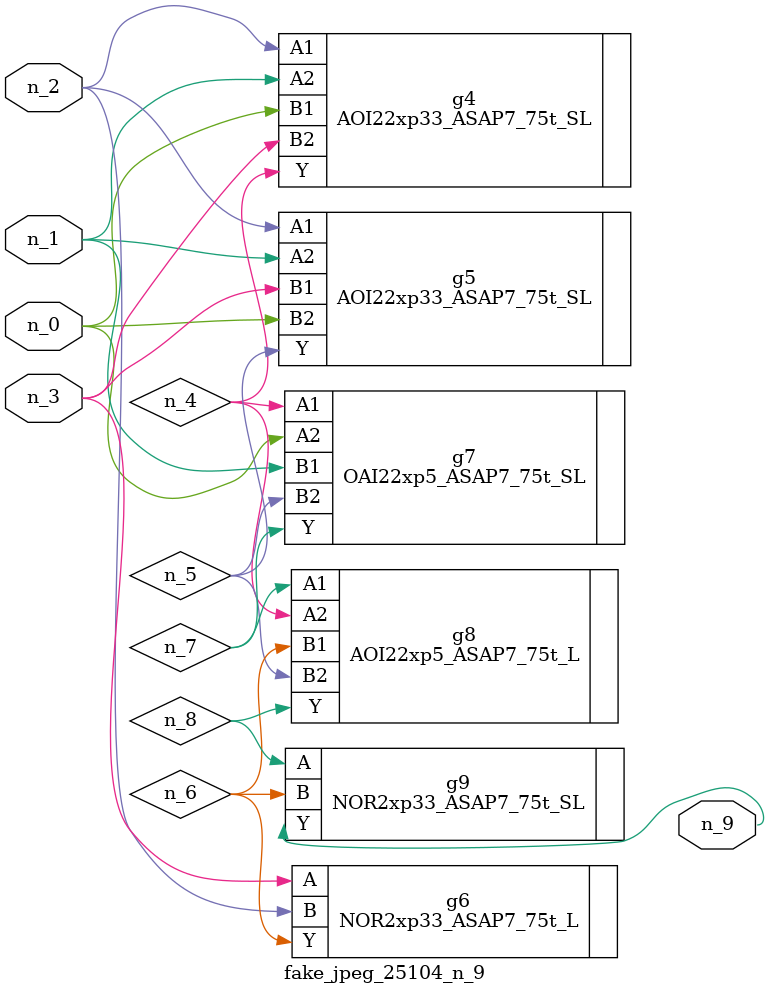
<source format=v>
module fake_jpeg_25104_n_9 (n_0, n_3, n_2, n_1, n_9);

input n_0;
input n_3;
input n_2;
input n_1;

output n_9;

wire n_4;
wire n_8;
wire n_6;
wire n_5;
wire n_7;

AOI22xp33_ASAP7_75t_SL g4 ( 
.A1(n_2),
.A2(n_1),
.B1(n_0),
.B2(n_3),
.Y(n_4)
);

AOI22xp33_ASAP7_75t_SL g5 ( 
.A1(n_2),
.A2(n_1),
.B1(n_3),
.B2(n_0),
.Y(n_5)
);

NOR2xp33_ASAP7_75t_L g6 ( 
.A(n_3),
.B(n_2),
.Y(n_6)
);

OAI22xp5_ASAP7_75t_SL g7 ( 
.A1(n_4),
.A2(n_0),
.B1(n_1),
.B2(n_5),
.Y(n_7)
);

AOI22xp5_ASAP7_75t_L g8 ( 
.A1(n_7),
.A2(n_4),
.B1(n_6),
.B2(n_5),
.Y(n_8)
);

NOR2xp33_ASAP7_75t_SL g9 ( 
.A(n_8),
.B(n_6),
.Y(n_9)
);


endmodule
</source>
